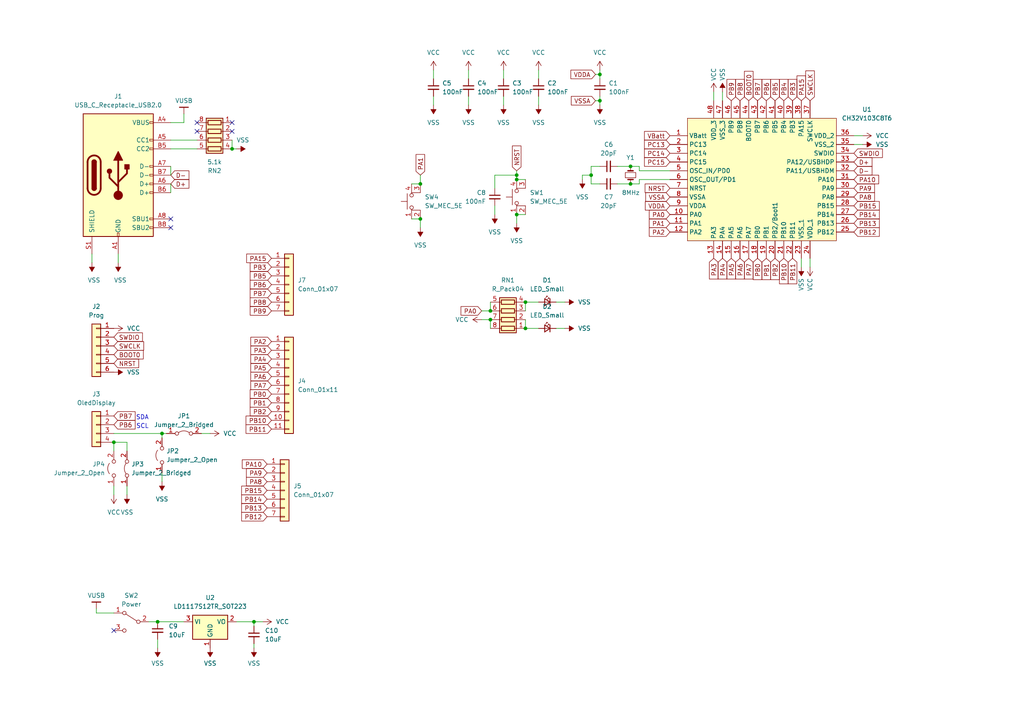
<source format=kicad_sch>
(kicad_sch (version 20230121) (generator eeschema)
  (paper "A4")
  (lib_symbols
    (symbol "Connector:USB_C_Receptacle_USB2.0" (pin_names (offset 1.016))
      (property "Reference" "J" (at -10.16 19.05 0))
      (property "Value" "USB_C_Receptacle_USB2.0" (at 19.05 19.05 0))
      (symbol "USB_C_Receptacle_USB2.0_0_0"
        (rectangle (start -0.254 -17.78) (end 0.254 -16.764))
        (rectangle (start 10.16 -14.986) (end 9.144 -15.494))
        (rectangle (start 10.16 -12.446) (end 9.144 -12.954))
        (rectangle (start 10.16 -4.826) (end 9.144 -5.334))
        (rectangle (start 10.16 -2.286) (end 9.144 -2.794))
        (rectangle (start 10.16 0.254) (end 9.144 -0.254))
        (rectangle (start 10.16 2.794) (end 9.144 2.286))
        (rectangle (start 10.16 7.874) (end 9.144 7.366))
        (rectangle (start 10.16 10.414) (end 9.144 9.906))
        (rectangle (start 10.16 15.494) (end 9.144 14.986))
      )
      (symbol "USB_C_Receptacle_USB2.0_0_1"
        (rectangle (start -10.16 17.78) (end 10.16 -17.78) (stroke (width 0.254)) (fill (type background)))
        (arc (start -8.89 -3.81) (mid -6.985 -5.7067) (end -5.08 -3.81) (stroke (width 0.508)))
        (arc (start -7.62 -3.81) (mid -6.985 -4.4423) (end -6.35 -3.81) (stroke (width 0.254)))
        (arc (start -7.62 -3.81) (mid -6.985 -4.4423) (end -6.35 -3.81) (stroke (width 0.254)) (fill (type outline)))
        (rectangle (start -7.62 -3.81) (end -6.35 3.81) (stroke (width 0.254)) (fill (type outline)))
        (arc (start -6.35 3.81) (mid -6.985 4.4423) (end -7.62 3.81) (stroke (width 0.254)))
        (arc (start -6.35 3.81) (mid -6.985 4.4423) (end -7.62 3.81) (stroke (width 0.254)) (fill (type outline)))
        (arc (start -5.08 3.81) (mid -6.985 5.7067) (end -8.89 3.81) (stroke (width 0.508)))
        (circle (center -2.54 1.143) (radius 0.635) (stroke (width 0.254)) (fill (type outline)))
        (circle (center 0 -5.842) (radius 1.27) (fill (type outline)))
        (polyline (pts (xy -8.89 -3.81) (xy -8.89 3.81)) (stroke (width 0.508)))
        (polyline (pts (xy -5.08 3.81) (xy -5.08 -3.81)) (stroke (width 0.508)))
        (polyline (pts (xy 0 -5.842) (xy 0 4.318)) (stroke (width 0.508)))
        (polyline (pts (xy 0 -3.302) (xy -2.54 -0.762) (xy -2.54 0.508)) (stroke (width 0.508)))
        (polyline (pts (xy 0 -2.032) (xy 2.54 0.508) (xy 2.54 1.778)) (stroke (width 0.508)))
        (polyline (pts (xy -1.27 4.318) (xy 0 6.858) (xy 1.27 4.318) (xy -1.27 4.318)) (stroke (width 0.254)) (fill (type outline)))
        (rectangle (start 1.905 1.778) (end 3.175 3.048) (stroke (width 0.254)) (fill (type outline)))
      )
      (symbol "USB_C_Receptacle_USB2.0_1_1"
        (pin passive line (at 0 -22.86 90) (length 5.08) (name "GND") (number "A1"))
        (pin passive line (at 0 -22.86 90) (length 5.08) hide (name "GND") (number "A12"))
        (pin passive line (at 15.24 15.24 180) (length 5.08) (name "VBUS") (number "A4"))
        (pin bidirectional line (at 15.24 10.16 180) (length 5.08) (name "CC1") (number "A5"))
        (pin bidirectional line (at 15.24 -2.54 180) (length 5.08) (name "D+") (number "A6"))
        (pin bidirectional line (at 15.24 2.54 180) (length 5.08) (name "D-") (number "A7"))
        (pin bidirectional line (at 15.24 -12.7 180) (length 5.08) (name "SBU1") (number "A8"))
        (pin passive line (at 15.24 15.24 180) (length 5.08) hide (name "VBUS") (number "A9"))
        (pin passive line (at 0 -22.86 90) (length 5.08) hide (name "GND") (number "B1"))
        (pin passive line (at 0 -22.86 90) (length 5.08) hide (name "GND") (number "B12"))
        (pin passive line (at 15.24 15.24 180) (length 5.08) hide (name "VBUS") (number "B4"))
        (pin bidirectional line (at 15.24 7.62 180) (length 5.08) (name "CC2") (number "B5"))
        (pin bidirectional line (at 15.24 -5.08 180) (length 5.08) (name "D+") (number "B6"))
        (pin bidirectional line (at 15.24 0 180) (length 5.08) (name "D-") (number "B7"))
        (pin bidirectional line (at 15.24 -15.24 180) (length 5.08) (name "SBU2") (number "B8"))
        (pin passive line (at 15.24 15.24 180) (length 5.08) hide (name "VBUS") (number "B9"))
        (pin passive line (at -7.62 -22.86 90) (length 5.08) (name "SHIELD") (number "S1"))
      )
    )
    (symbol "Connector_Generic:Conn_01x04" (pin_names (offset 1.016) hide)
      (property "Reference" "J" (at 0 5.08 0))
      (property "Value" "Conn_01x04" (at 0 -7.62 0))
      (symbol "Conn_01x04_1_1"
        (rectangle (start -1.27 -4.953) (end 0 -5.207) (stroke (width 0.1524)))
        (rectangle (start -1.27 -2.413) (end 0 -2.667) (stroke (width 0.1524)))
        (rectangle (start -1.27 0.127) (end 0 -0.127) (stroke (width 0.1524)))
        (rectangle (start -1.27 2.667) (end 0 2.413) (stroke (width 0.1524)))
        (rectangle (start -1.27 3.81) (end 1.27 -6.35) (stroke (width 0.254)) (fill (type background)))
        (pin passive line (at -5.08 2.54 0) (length 3.81) (name "Pin_1") (number "1"))
        (pin passive line (at -5.08 0 0) (length 3.81) (name "Pin_2") (number "2"))
        (pin passive line (at -5.08 -2.54 0) (length 3.81) (name "Pin_3") (number "3"))
        (pin passive line (at -5.08 -5.08 0) (length 3.81) (name "Pin_4") (number "4"))
      )
    )
    (symbol "Connector_Generic:Conn_01x06" (pin_names (offset 1.016) hide)
      (property "Reference" "J" (at 0 7.62 0))
      (property "Value" "Conn_01x06" (at 0 -10.16 0))
      (symbol "Conn_01x06_1_1"
        (rectangle (start -1.27 -7.493) (end 0 -7.747) (stroke (width 0.1524)))
        (rectangle (start -1.27 -4.953) (end 0 -5.207) (stroke (width 0.1524)))
        (rectangle (start -1.27 -2.413) (end 0 -2.667) (stroke (width 0.1524)))
        (rectangle (start -1.27 0.127) (end 0 -0.127) (stroke (width 0.1524)))
        (rectangle (start -1.27 2.667) (end 0 2.413) (stroke (width 0.1524)))
        (rectangle (start -1.27 5.207) (end 0 4.953) (stroke (width 0.1524)))
        (rectangle (start -1.27 6.35) (end 1.27 -8.89) (stroke (width 0.254)) (fill (type background)))
        (pin passive line (at -5.08 5.08 0) (length 3.81) (name "Pin_1") (number "1"))
        (pin passive line (at -5.08 2.54 0) (length 3.81) (name "Pin_2") (number "2"))
        (pin passive line (at -5.08 0 0) (length 3.81) (name "Pin_3") (number "3"))
        (pin passive line (at -5.08 -2.54 0) (length 3.81) (name "Pin_4") (number "4"))
        (pin passive line (at -5.08 -5.08 0) (length 3.81) (name "Pin_5") (number "5"))
        (pin passive line (at -5.08 -7.62 0) (length 3.81) (name "Pin_6") (number "6"))
      )
    )
    (symbol "Connector_Generic:Conn_01x07" (pin_names (offset 1.016) hide)
      (property "Reference" "J" (at 0 10.16 0))
      (property "Value" "Conn_01x07" (at 0 -10.16 0))
      (symbol "Conn_01x07_1_1"
        (rectangle (start -1.27 -7.493) (end 0 -7.747) (stroke (width 0.1524)))
        (rectangle (start -1.27 -4.953) (end 0 -5.207) (stroke (width 0.1524)))
        (rectangle (start -1.27 -2.413) (end 0 -2.667) (stroke (width 0.1524)))
        (rectangle (start -1.27 0.127) (end 0 -0.127) (stroke (width 0.1524)))
        (rectangle (start -1.27 2.667) (end 0 2.413) (stroke (width 0.1524)))
        (rectangle (start -1.27 5.207) (end 0 4.953) (stroke (width 0.1524)))
        (rectangle (start -1.27 7.747) (end 0 7.493) (stroke (width 0.1524)))
        (rectangle (start -1.27 8.89) (end 1.27 -8.89) (stroke (width 0.254)) (fill (type background)))
        (pin passive line (at -5.08 7.62 0) (length 3.81) (name "Pin_1") (number "1"))
        (pin passive line (at -5.08 5.08 0) (length 3.81) (name "Pin_2") (number "2"))
        (pin passive line (at -5.08 2.54 0) (length 3.81) (name "Pin_3") (number "3"))
        (pin passive line (at -5.08 0 0) (length 3.81) (name "Pin_4") (number "4"))
        (pin passive line (at -5.08 -2.54 0) (length 3.81) (name "Pin_5") (number "5"))
        (pin passive line (at -5.08 -5.08 0) (length 3.81) (name "Pin_6") (number "6"))
        (pin passive line (at -5.08 -7.62 0) (length 3.81) (name "Pin_7") (number "7"))
      )
    )
    (symbol "Connector_Generic:Conn_01x11" (pin_names (offset 1.016) hide)
      (property "Reference" "J" (at 0 15.24 0))
      (property "Value" "Conn_01x11" (at 0 -15.24 0))
      (symbol "Conn_01x11_1_1"
        (rectangle (start -1.27 -12.573) (end 0 -12.827) (stroke (width 0.1524)))
        (rectangle (start -1.27 -10.033) (end 0 -10.287) (stroke (width 0.1524)))
        (rectangle (start -1.27 -7.493) (end 0 -7.747) (stroke (width 0.1524)))
        (rectangle (start -1.27 -4.953) (end 0 -5.207) (stroke (width 0.1524)))
        (rectangle (start -1.27 -2.413) (end 0 -2.667) (stroke (width 0.1524)))
        (rectangle (start -1.27 0.127) (end 0 -0.127) (stroke (width 0.1524)))
        (rectangle (start -1.27 2.667) (end 0 2.413) (stroke (width 0.1524)))
        (rectangle (start -1.27 5.207) (end 0 4.953) (stroke (width 0.1524)))
        (rectangle (start -1.27 7.747) (end 0 7.493) (stroke (width 0.1524)))
        (rectangle (start -1.27 10.287) (end 0 10.033) (stroke (width 0.1524)))
        (rectangle (start -1.27 12.827) (end 0 12.573) (stroke (width 0.1524)))
        (rectangle (start -1.27 13.97) (end 1.27 -13.97) (stroke (width 0.254)) (fill (type background)))
        (pin passive line (at -5.08 12.7 0) (length 3.81) (name "Pin_1") (number "1"))
        (pin passive line (at -5.08 -10.16 0) (length 3.81) (name "Pin_10") (number "10"))
        (pin passive line (at -5.08 -12.7 0) (length 3.81) (name "Pin_11") (number "11"))
        (pin passive line (at -5.08 10.16 0) (length 3.81) (name "Pin_2") (number "2"))
        (pin passive line (at -5.08 7.62 0) (length 3.81) (name "Pin_3") (number "3"))
        (pin passive line (at -5.08 5.08 0) (length 3.81) (name "Pin_4") (number "4"))
        (pin passive line (at -5.08 2.54 0) (length 3.81) (name "Pin_5") (number "5"))
        (pin passive line (at -5.08 0 0) (length 3.81) (name "Pin_6") (number "6"))
        (pin passive line (at -5.08 -2.54 0) (length 3.81) (name "Pin_7") (number "7"))
        (pin passive line (at -5.08 -5.08 0) (length 3.81) (name "Pin_8") (number "8"))
        (pin passive line (at -5.08 -7.62 0) (length 3.81) (name "Pin_9") (number "9"))
      )
    )
    (symbol "Device:C_Small" (pin_numbers hide) (pin_names (offset 0.254) hide)
      (property "Reference" "C" (at 0.254 1.778 0))
      (property "Value" "C_Small" (at 0.254 -2.032 0))
      (symbol "C_Small_0_1"
        (polyline (pts (xy -1.524 -0.508) (xy 1.524 -0.508)) (stroke (width 0.3302)))
        (polyline (pts (xy -1.524 0.508) (xy 1.524 0.508)) (stroke (width 0.3048)))
      )
      (symbol "C_Small_1_1"
        (pin passive line (at 0 2.54 270) (length 2.032) (name "~") (number "1"))
        (pin passive line (at 0 -2.54 90) (length 2.032) (name "~") (number "2"))
      )
    )
    (symbol "Device:Crystal_Small" (pin_numbers hide) (pin_names (offset 1.016) hide)
      (property "Reference" "Y" (at 0 2.54 0))
      (property "Value" "Crystal_Small" (at 0 -2.54 0))
      (symbol "Crystal_Small_0_1"
        (rectangle (start -0.762 -1.524) (end 0.762 1.524))
        (polyline (pts (xy -1.27 -0.762) (xy -1.27 0.762)) (stroke (width 0.381)))
        (polyline (pts (xy 1.27 -0.762) (xy 1.27 0.762)) (stroke (width 0.381)))
      )
      (symbol "Crystal_Small_1_1"
        (pin passive line (at -2.54 0 0) (length 1.27) (name "1") (number "1"))
        (pin passive line (at 2.54 0 180) (length 1.27) (name "2") (number "2"))
      )
    )
    (symbol "Device:LED_Small" (pin_numbers hide) (pin_names (offset 0.254) hide)
      (property "Reference" "D" (at -1.27 3.175 0))
      (property "Value" "LED_Small" (at -4.445 -2.54 0))
      (symbol "LED_Small_0_1"
        (polyline (pts (xy -0.762 -1.016) (xy -0.762 1.016)) (stroke (width 0.254)))
        (polyline (pts (xy 1.016 0) (xy -0.762 0)))
        (polyline (pts (xy 0.762 -1.016) (xy -0.762 0) (xy 0.762 1.016) (xy 0.762 -1.016)) (stroke (width 0.254)))
        (polyline (pts (xy 0 0.762) (xy -0.508 1.27) (xy -0.254 1.27) (xy -0.508 1.27) (xy -0.508 1.016)))
        (polyline (pts (xy 0.508 1.27) (xy 0 1.778) (xy 0.254 1.778) (xy 0 1.778) (xy 0 1.524)))
      )
      (symbol "LED_Small_1_1"
        (pin passive line (at -2.54 0 0) (length 1.778) (name "K") (number "1"))
        (pin passive line (at 2.54 0 180) (length 1.778) (name "A") (number "2"))
      )
    )
    (symbol "Device:R_Pack04" (pin_names (offset 0) hide)
      (property "Reference" "RN" (at -7.62 0 90))
      (property "Value" "R_Pack04" (at 5.08 0 90))
      (symbol "R_Pack04_0_1"
        (rectangle (start -6.35 -2.413) (end 3.81 2.413) (stroke (width 0.254)) (fill (type background)))
        (rectangle (start -5.715 1.905) (end -4.445 -1.905) (stroke (width 0.254)))
        (rectangle (start -3.175 1.905) (end -1.905 -1.905) (stroke (width 0.254)))
        (rectangle (start -0.635 1.905) (end 0.635 -1.905) (stroke (width 0.254)))
        (polyline (pts (xy -5.08 -2.54) (xy -5.08 -1.905)))
        (polyline (pts (xy -5.08 1.905) (xy -5.08 2.54)))
        (polyline (pts (xy -2.54 -2.54) (xy -2.54 -1.905)))
        (polyline (pts (xy -2.54 1.905) (xy -2.54 2.54)))
        (polyline (pts (xy 0 -2.54) (xy 0 -1.905)))
        (polyline (pts (xy 0 1.905) (xy 0 2.54)))
        (polyline (pts (xy 2.54 -2.54) (xy 2.54 -1.905)))
        (polyline (pts (xy 2.54 1.905) (xy 2.54 2.54)))
        (rectangle (start 1.905 1.905) (end 3.175 -1.905) (stroke (width 0.254)))
      )
      (symbol "R_Pack04_1_1"
        (pin passive line (at -5.08 -5.08 90) (length 2.54) (name "R1.1") (number "1"))
        (pin passive line (at -2.54 -5.08 90) (length 2.54) (name "R2.1") (number "2"))
        (pin passive line (at 0 -5.08 90) (length 2.54) (name "R3.1") (number "3"))
        (pin passive line (at 2.54 -5.08 90) (length 2.54) (name "R4.1") (number "4"))
        (pin passive line (at 2.54 5.08 270) (length 2.54) (name "R4.2") (number "5"))
        (pin passive line (at 0 5.08 270) (length 2.54) (name "R3.2") (number "6"))
        (pin passive line (at -2.54 5.08 270) (length 2.54) (name "R2.2") (number "7"))
        (pin passive line (at -5.08 5.08 270) (length 2.54) (name "R1.2") (number "8"))
      )
    )
    (symbol "Jumper:Jumper_2_Bridged" (pin_names (offset 0) hide)
      (property "Reference" "JP" (at 0 1.905 0))
      (property "Value" "Jumper_2_Bridged" (at 0 -2.54 0))
      (symbol "Jumper_2_Bridged_0_0"
        (circle (center -2.032 0) (radius 0.508))
        (circle (center 2.032 0) (radius 0.508))
      )
      (symbol "Jumper_2_Bridged_0_1"
        (arc (start 1.524 0.254) (mid 0 0.762) (end -1.524 0.254))
      )
      (symbol "Jumper_2_Bridged_1_1"
        (pin passive line (at -5.08 0 0) (length 2.54) (name "A") (number "1"))
        (pin passive line (at 5.08 0 180) (length 2.54) (name "B") (number "2"))
      )
    )
    (symbol "Jumper:Jumper_2_Open" (pin_names (offset 0) hide)
      (property "Reference" "JP" (at 0 2.794 0))
      (property "Value" "Jumper_2_Open" (at 0 -2.286 0))
      (symbol "Jumper_2_Open_0_0"
        (circle (center -2.032 0) (radius 0.508))
        (circle (center 2.032 0) (radius 0.508))
      )
      (symbol "Jumper_2_Open_0_1"
        (arc (start 1.524 1.27) (mid 0 1.778) (end -1.524 1.27))
      )
      (symbol "Jumper_2_Open_1_1"
        (pin passive line (at -5.08 0 0) (length 2.54) (name "A") (number "1"))
        (pin passive line (at 5.08 0 180) (length 2.54) (name "B") (number "2"))
      )
    )
    (symbol "Regulator_Linear:LD1117S12TR_SOT223"
      (property "Reference" "U" (at -3.81 3.175 0))
      (property "Value" "LD1117S12TR_SOT223" (at 0 3.175 0))
      (symbol "LD1117S12TR_SOT223_0_1"
        (rectangle (start -5.08 -5.08) (end 5.08 1.905) (stroke (width 0.254)) (fill (type background)))
      )
      (symbol "LD1117S12TR_SOT223_1_1"
        (pin power_in line (at 0 -7.62 90) (length 2.54) (name "GND") (number "1"))
        (pin power_out line (at 7.62 0 180) (length 2.54) (name "VO") (number "2"))
        (pin power_in line (at -7.62 0 0) (length 2.54) (name "VI") (number "3"))
      )
    )
    (symbol "Switch:SW_MEC_5E" (pin_names (offset 1.016) hide)
      (property "Reference" "SW" (at 0.635 5.715 0))
      (property "Value" "SW_MEC_5E" (at 0 -3.175 0))
      (symbol "SW_MEC_5E_0_1"
        (circle (center -1.778 2.54) (radius 0.508))
        (polyline (pts (xy -2.286 3.81) (xy 2.286 3.81)))
        (polyline (pts (xy 0 3.81) (xy 0 5.588)))
        (polyline (pts (xy -2.54 0) (xy -2.54 2.54) (xy -2.286 2.54)))
        (polyline (pts (xy 2.54 0) (xy 2.54 2.54) (xy 2.286 2.54)))
        (circle (center 1.778 2.54) (radius 0.508))
        (pin passive line (at -5.08 2.54 0) (length 2.54) (name "1") (number "1"))
        (pin passive line (at -5.08 0 0) (length 2.54) (name "2") (number "2"))
        (pin passive line (at 5.08 0 180) (length 2.54) (name "K") (number "3"))
        (pin passive line (at 5.08 2.54 180) (length 2.54) (name "A") (number "4"))
      )
    )
    (symbol "Switch:SW_SPDT" (pin_names (offset 0) hide)
      (property "Reference" "SW" (at 0 4.318 0))
      (property "Value" "SW_SPDT" (at 0 -5.08 0))
      (symbol "SW_SPDT_0_0"
        (circle (center -2.032 0) (radius 0.508))
        (circle (center 2.032 -2.54) (radius 0.508))
      )
      (symbol "SW_SPDT_0_1"
        (polyline (pts (xy -1.524 0.254) (xy 1.651 2.286)))
        (circle (center 2.032 2.54) (radius 0.508))
      )
      (symbol "SW_SPDT_1_1"
        (pin passive line (at 5.08 2.54 180) (length 2.54) (name "A") (number "1"))
        (pin passive line (at -5.08 0 0) (length 2.54) (name "B") (number "2"))
        (pin passive line (at 5.08 -2.54 180) (length 2.54) (name "C") (number "3"))
      )
    )
    (symbol "WCH:CH32V103C8T6"
      (property "Reference" "U" (at 0 -6.35 0))
      (property "Value" "CH32V103C8T6" (at 1.27 -11.43 0))
      (symbol "CH32V103C8T6_1_1"
        (rectangle (start -17.78 10.16) (end 25.4 -25.4) (fill (type background)))
        (pin input line (at -22.86 5.08 0) (length 5.08) (name "VBatt") (number "1"))
        (pin input line (at -22.86 -17.78 0) (length 5.08) (name "PA0") (number "10"))
        (pin input line (at -22.86 -20.32 0) (length 5.08) (name "PA1") (number "11"))
        (pin input line (at -22.86 -22.86 0) (length 5.08) (name "PA2") (number "12"))
        (pin input line (at -10.16 -30.48 90) (length 5.08) (name "PA3") (number "13"))
        (pin input line (at -7.62 -30.48 90) (length 5.08) (name "PA4") (number "14"))
        (pin input line (at -5.08 -30.48 90) (length 5.08) (name "PA5") (number "15"))
        (pin input line (at -2.54 -30.48 90) (length 5.08) (name "PA6") (number "16"))
        (pin input line (at 0 -30.48 90) (length 5.08) (name "PA7") (number "17"))
        (pin input line (at 2.54 -30.48 90) (length 5.08) (name "PB0") (number "18"))
        (pin input line (at 5.08 -30.48 90) (length 5.08) (name "PB1") (number "19"))
        (pin input line (at -22.86 2.54 0) (length 5.08) (name "PC13") (number "2"))
        (pin input line (at 7.62 -30.48 90) (length 5.08) (name "PB2/Boot1") (number "20"))
        (pin input line (at 10.16 -30.48 90) (length 5.08) (name "PB10") (number "21"))
        (pin input line (at 12.7 -30.48 90) (length 5.08) (name "PB11") (number "22"))
        (pin input line (at 15.24 -30.48 90) (length 5.08) (name "VSS_1") (number "23"))
        (pin input line (at 17.78 -30.48 90) (length 5.08) (name "VDD_1") (number "24"))
        (pin input line (at 30.48 -22.86 180) (length 5.08) (name "PB12") (number "25"))
        (pin input line (at 30.48 -20.32 180) (length 5.08) (name "PB13") (number "26"))
        (pin input line (at 30.48 -17.78 180) (length 5.08) (name "PB14") (number "27"))
        (pin input line (at 30.48 -15.24 180) (length 5.08) (name "PB15") (number "28"))
        (pin input line (at 30.48 -12.7 180) (length 5.08) (name "PA8") (number "29"))
        (pin input line (at -22.86 0 0) (length 5.08) (name "PC14") (number "3"))
        (pin input line (at 30.48 -10.16 180) (length 5.08) (name "PA9") (number "30"))
        (pin input line (at 30.48 -7.62 180) (length 5.08) (name "PA10") (number "31"))
        (pin input line (at 30.48 -5.08 180) (length 5.08) (name "PA11/USBHDM") (number "32"))
        (pin input line (at 30.48 -2.54 180) (length 5.08) (name "PA12/USBHDP") (number "33"))
        (pin input line (at 30.48 0 180) (length 5.08) (name "SWDIO") (number "34"))
        (pin input line (at 30.48 2.54 180) (length 5.08) (name "VSS_2") (number "35"))
        (pin input line (at 30.48 5.08 180) (length 5.08) (name "VDD_2") (number "36"))
        (pin input line (at 17.78 15.24 270) (length 5.08) (name "SWCLK") (number "37"))
        (pin input line (at 15.24 15.24 270) (length 5.08) (name "PA15") (number "38"))
        (pin input line (at 12.7 15.24 270) (length 5.08) (name "PB3") (number "39"))
        (pin input line (at -22.86 -2.54 0) (length 5.08) (name "PC15") (number "4"))
        (pin input line (at 10.16 15.24 270) (length 5.08) (name "PB4") (number "40"))
        (pin input line (at 7.62 15.24 270) (length 5.08) (name "PB5") (number "41"))
        (pin input line (at 5.08 15.24 270) (length 5.08) (name "PB6") (number "42"))
        (pin input line (at 2.54 15.24 270) (length 5.08) (name "PB7") (number "43"))
        (pin input line (at 0 15.24 270) (length 5.08) (name "BOOT0") (number "44"))
        (pin input line (at -2.54 15.24 270) (length 5.08) (name "PB8") (number "45"))
        (pin input line (at -5.08 15.24 270) (length 5.08) (name "PB9") (number "46"))
        (pin input line (at -7.62 15.24 270) (length 5.08) (name "VSS_3") (number "47"))
        (pin input line (at -10.16 15.24 270) (length 5.08) (name "VDD_3") (number "48"))
        (pin input line (at -22.86 -5.08 0) (length 5.08) (name "OSC_IN/PD0") (number "5"))
        (pin input line (at -22.86 -7.62 0) (length 5.08) (name "OSC_OUT/PD1") (number "6"))
        (pin input line (at -22.86 -10.16 0) (length 5.08) (name "NRST") (number "7"))
        (pin input line (at -22.86 -12.7 0) (length 5.08) (name "VSSA") (number "8"))
        (pin input line (at -22.86 -15.24 0) (length 5.08) (name "VDDA") (number "9"))
      )
    )
    (symbol "gkl_power:VUSB" (power) (pin_names (offset 0))
      (property "Value" "VUSB" (at 0 3.556 0))
      (symbol "VUSB_0_1"
        (polyline (pts (xy -1.27 1.905) (xy 1.27 1.905)) (stroke (width 0.3048)))
        (polyline (pts (xy 0 0) (xy 0 1.905)))
      )
      (symbol "VUSB_1_1"
        (pin power_in line (at 0 0 90) (length 0) hide (name "VUSB") (number "1"))
      )
    )
    (symbol "power:VCC" (power) (pin_names (offset 0))
      (property "Value" "VCC" (at 0 3.81 0))
      (symbol "VCC_0_1"
        (polyline (pts (xy -0.762 1.27) (xy 0 2.54)))
        (polyline (pts (xy 0 0) (xy 0 2.54)))
        (polyline (pts (xy 0 2.54) (xy 0.762 1.27)))
      )
      (symbol "VCC_1_1"
        (pin power_in line (at 0 0 90) (length 0) hide (name "VCC") (number "1"))
      )
    )
    (symbol "power:VSS" (power) (pin_names (offset 0))
      (property "Value" "VSS" (at 0 3.81 0))
      (symbol "VSS_0_1"
        (polyline (pts (xy 0 0) (xy 0 2.54)))
        (polyline (pts (xy 0.762 1.27) (xy -0.762 1.27) (xy 0 2.54) (xy 0.762 1.27)) (fill (type outline)))
      )
      (symbol "VSS_1_1"
        (pin power_in line (at 0 0 90) (length 0) hide (name "VSS") (number "1"))
      )
    )
  )
  (junction (at 171.45 50.8))
  (junction (at 121.92 63.5))
  (junction (at 46.99 125.73))
  (junction (at 173.99 21.59))
  (junction (at 149.86 52.07))
  (junction (at 149.86 62.23))
  (junction (at 45.72 180.34))
  (junction (at 152.4 95.25))
  (junction (at 149.86 50.8))
  (junction (at 142.24 90.17))
  (junction (at 121.92 53.34))
  (junction (at 152.4 87.63))
  (junction (at 182.88 53.34))
  (junction (at 33.02 128.27))
  (junction (at 182.88 48.26))
  (junction (at 67.31 43.18))
  (junction (at 173.99 29.21))
  (junction (at 142.24 92.71))
  (junction (at 73.66 180.34))
  (no_connect (at 67.31 38.1))
  (no_connect (at 49.53 66.04))
  (no_connect (at 33.02 182.88))
  (no_connect (at 57.15 38.1))
  (no_connect (at 67.31 35.56))
  (no_connect (at 49.53 63.5))
  (no_connect (at 57.15 35.56))
  (wire (pts (xy 149.86 50.8) (xy 149.86 52.07)))
  (wire (pts (xy 49.53 43.18) (xy 57.15 43.18)))
  (wire (pts (xy 45.72 185.42) (xy 45.72 187.96)))
  (wire (pts (xy 149.86 52.07) (xy 152.4 52.07)))
  (wire (pts (xy 139.7 92.71) (xy 142.24 92.71)))
  (wire (pts (xy 43.18 180.34) (xy 45.72 180.34)))
  (wire (pts (xy 171.45 53.34) (xy 173.99 53.34)))
  (wire (pts (xy 121.92 50.8) (xy 121.92 53.34)))
  (wire (pts (xy 185.42 52.07) (xy 185.42 53.34)))
  (wire (pts (xy 179.07 48.26) (xy 182.88 48.26)))
  (wire (pts (xy 73.66 180.34) (xy 76.2 180.34)))
  (wire (pts (xy 173.99 20.32) (xy 173.99 21.59)))
  (wire (pts (xy 53.34 35.56) (xy 53.34 33.02)))
  (wire (pts (xy 247.65 41.91) (xy 250.19 41.91)))
  (wire (pts (xy 207.01 26.67) (xy 207.01 29.21)))
  (wire (pts (xy 182.88 48.26) (xy 185.42 48.26)))
  (wire (pts (xy 33.02 125.73) (xy 46.99 125.73)))
  (wire (pts (xy 152.4 87.63) (xy 152.4 90.17)))
  (wire (pts (xy 33.02 128.27) (xy 33.02 130.81)))
  (wire (pts (xy 171.45 48.26) (xy 171.45 50.8)))
  (wire (pts (xy 234.95 74.93) (xy 234.95 77.47)))
  (wire (pts (xy 185.42 53.34) (xy 182.88 53.34)))
  (wire (pts (xy 125.73 20.32) (xy 125.73 22.86)))
  (wire (pts (xy 49.53 35.56) (xy 53.34 35.56)))
  (wire (pts (xy 73.66 186.69) (xy 73.66 187.96)))
  (wire (pts (xy 68.58 180.34) (xy 73.66 180.34)))
  (wire (pts (xy 119.38 53.34) (xy 121.92 53.34)))
  (wire (pts (xy 149.86 49.53) (xy 149.86 50.8)))
  (wire (pts (xy 161.29 95.25) (xy 163.83 95.25)))
  (wire (pts (xy 33.02 140.97) (xy 33.02 143.51)))
  (wire (pts (xy 232.41 74.93) (xy 232.41 77.47)))
  (wire (pts (xy 125.73 27.94) (xy 125.73 30.48)))
  (wire (pts (xy 142.24 92.71) (xy 142.24 95.25)))
  (wire (pts (xy 135.89 20.32) (xy 135.89 22.86)))
  (wire (pts (xy 209.55 26.67) (xy 209.55 29.21)))
  (wire (pts (xy 67.31 43.18) (xy 68.58 43.18)))
  (wire (pts (xy 121.92 63.5) (xy 121.92 66.04)))
  (wire (pts (xy 142.24 87.63) (xy 142.24 90.17)))
  (wire (pts (xy 185.42 49.53) (xy 185.42 48.26)))
  (wire (pts (xy 27.94 176.53) (xy 27.94 177.8)))
  (wire (pts (xy 172.72 21.59) (xy 173.99 21.59)))
  (wire (pts (xy 26.67 76.2) (xy 26.67 73.66)))
  (wire (pts (xy 173.99 48.26) (xy 171.45 48.26)))
  (wire (pts (xy 135.89 27.94) (xy 135.89 30.48)))
  (wire (pts (xy 146.05 27.94) (xy 146.05 30.48)))
  (wire (pts (xy 172.72 29.21) (xy 173.99 29.21)))
  (wire (pts (xy 58.42 125.73) (xy 60.96 125.73)))
  (wire (pts (xy 46.99 125.73) (xy 48.26 125.73)))
  (wire (pts (xy 173.99 27.94) (xy 173.99 29.21)))
  (wire (pts (xy 119.38 63.5) (xy 121.92 63.5)))
  (wire (pts (xy 247.65 39.37) (xy 250.19 39.37)))
  (wire (pts (xy 67.31 40.64) (xy 67.31 43.18)))
  (wire (pts (xy 152.4 95.25) (xy 156.21 95.25)))
  (wire (pts (xy 27.94 177.8) (xy 33.02 177.8)))
  (wire (pts (xy 173.99 21.59) (xy 173.99 22.86)))
  (wire (pts (xy 143.51 50.8) (xy 149.86 50.8)))
  (wire (pts (xy 152.4 92.71) (xy 152.4 95.25)))
  (wire (pts (xy 179.07 53.34) (xy 182.88 53.34)))
  (wire (pts (xy 46.99 137.16) (xy 46.99 139.7)))
  (wire (pts (xy 73.66 180.34) (xy 73.66 181.61)))
  (wire (pts (xy 194.31 52.07) (xy 185.42 52.07)))
  (wire (pts (xy 143.51 59.69) (xy 143.51 62.23)))
  (wire (pts (xy 139.7 90.17) (xy 142.24 90.17)))
  (wire (pts (xy 156.21 20.32) (xy 156.21 22.86)))
  (wire (pts (xy 171.45 50.8) (xy 171.45 53.34)))
  (wire (pts (xy 46.99 125.73) (xy 46.99 127)))
  (wire (pts (xy 36.83 128.27) (xy 33.02 128.27)))
  (wire (pts (xy 36.83 140.97) (xy 36.83 143.51)))
  (wire (pts (xy 49.53 53.34) (xy 49.53 55.88)))
  (wire (pts (xy 45.72 180.34) (xy 53.34 180.34)))
  (wire (pts (xy 161.29 87.63) (xy 163.83 87.63)))
  (wire (pts (xy 49.53 40.64) (xy 57.15 40.64)))
  (wire (pts (xy 173.99 29.21) (xy 173.99 30.48)))
  (wire (pts (xy 36.83 130.81) (xy 36.83 128.27)))
  (wire (pts (xy 143.51 50.8) (xy 143.51 54.61)))
  (wire (pts (xy 34.29 76.2) (xy 34.29 73.66)))
  (wire (pts (xy 149.86 62.23) (xy 149.86 64.77)))
  (wire (pts (xy 149.86 62.23) (xy 152.4 62.23)))
  (wire (pts (xy 194.31 49.53) (xy 185.42 49.53)))
  (wire (pts (xy 49.53 48.26) (xy 49.53 50.8)))
  (wire (pts (xy 152.4 87.63) (xy 156.21 87.63)))
  (wire (pts (xy 156.21 27.94) (xy 156.21 30.48)))
  (wire (pts (xy 146.05 20.32) (xy 146.05 22.86)))
  (wire (pts (xy 168.91 52.07) (xy 168.91 50.8)))
  (wire (pts (xy 168.91 50.8) (xy 171.45 50.8)))
  (text "SCL" (at 43.18 124.46 0) (effects (font (size 1.27 1.27)) (justify right bottom)))
  (text "SDA" (at 43.18 121.92 0) (effects (font (size 1.27 1.27)) (justify right bottom)))
  (global_label "PB12" (shape input) (at 247.65 67.31 0) (property "Intersheetrefs" "${INTERSHEET_REFS}" (effects hide)))
  (global_label "SWCLK" (shape input) (at 234.95 29.21 90) (property "Intersheetrefs" "${INTERSHEET_REFS}" (effects hide)))
  (global_label "PB5" (shape input) (at 78.74 80.01 180) (property "Intersheetrefs" "${INTERSHEET_REFS}" (effects hide)))
  (global_label "PA15" (shape input) (at 78.74 74.93 180) (property "Intersheetrefs" "${INTERSHEET_REFS}" (effects hide)))
  (global_label "PA4" (shape input) (at 209.55 74.93 270) (property "Intersheetrefs" "${INTERSHEET_REFS}" (effects hide)))
  (global_label "PB15" (shape input) (at 77.47 142.24 180) (property "Intersheetrefs" "${INTERSHEET_REFS}" (effects hide)))
  (global_label "PA4" (shape input) (at 78.74 104.14 180) (property "Intersheetrefs" "${INTERSHEET_REFS}" (effects hide)))
  (global_label "PB2" (shape input) (at 78.74 119.38 180) (property "Intersheetrefs" "${INTERSHEET_REFS}" (effects hide)))
  (global_label "PA5" (shape input) (at 78.74 106.68 180) (property "Intersheetrefs" "${INTERSHEET_REFS}" (effects hide)))
  (global_label "PC13" (shape input) (at 194.31 41.91 180) (property "Intersheetrefs" "${INTERSHEET_REFS}" (effects hide)))
  (global_label "D+" (shape input) (at 49.53 53.34 0) (property "Intersheetrefs" "${INTERSHEET_REFS}" (effects hide)))
  (global_label "PB7" (shape input) (at 33.02 120.65 0) (property "Intersheetrefs" "${INTERSHEET_REFS}" (effects hide)))
  (global_label "PA6" (shape input) (at 78.74 109.22 180) (property "Intersheetrefs" "${INTERSHEET_REFS}" (effects hide)))
  (global_label "PB2" (shape input) (at 224.79 74.93 270) (property "Intersheetrefs" "${INTERSHEET_REFS}" (effects hide)))
  (global_label "PB0" (shape input) (at 78.74 114.3 180) (property "Intersheetrefs" "${INTERSHEET_REFS}" (effects hide)))
  (global_label "D-" (shape input) (at 247.65 49.53 0) (property "Intersheetrefs" "${INTERSHEET_REFS}" (effects hide)))
  (global_label "PB9" (shape input) (at 212.09 29.21 90) (property "Intersheetrefs" "${INTERSHEET_REFS}" (effects hide)))
  (global_label "PA7" (shape input) (at 217.17 74.93 270) (property "Intersheetrefs" "${INTERSHEET_REFS}" (effects hide)))
  (global_label "VSSA" (shape input) (at 172.72 29.21 180) (property "Intersheetrefs" "${INTERSHEET_REFS}" (effects hide)))
  (global_label "PB13" (shape input) (at 247.65 64.77 0) (property "Intersheetrefs" "${INTERSHEET_REFS}" (effects hide)))
  (global_label "PB3" (shape input) (at 229.87 29.21 90) (property "Intersheetrefs" "${INTERSHEET_REFS}" (effects hide)))
  (global_label "PB6" (shape input) (at 78.74 82.55 180) (property "Intersheetrefs" "${INTERSHEET_REFS}" (effects hide)))
  (global_label "PA2" (shape input) (at 78.74 99.06 180) (property "Intersheetrefs" "${INTERSHEET_REFS}" (effects hide)))
  (global_label "PB12" (shape input) (at 77.47 149.86 180) (property "Intersheetrefs" "${INTERSHEET_REFS}" (effects hide)))
  (global_label "PA3" (shape input) (at 78.74 101.6 180) (property "Intersheetrefs" "${INTERSHEET_REFS}" (effects hide)))
  (global_label "PB9" (shape input) (at 78.74 90.17 180) (property "Intersheetrefs" "${INTERSHEET_REFS}" (effects hide)))
  (global_label "PB0" (shape input) (at 219.71 74.93 270) (property "Intersheetrefs" "${INTERSHEET_REFS}" (effects hide)))
  (global_label "PB14" (shape input) (at 77.47 144.78 180) (property "Intersheetrefs" "${INTERSHEET_REFS}" (effects hide)))
  (global_label "PA10" (shape input) (at 247.65 52.07 0) (property "Intersheetrefs" "${INTERSHEET_REFS}" (effects hide)))
  (global_label "PA3" (shape input) (at 207.01 74.93 270) (property "Intersheetrefs" "${INTERSHEET_REFS}" (effects hide)))
  (global_label "PC14" (shape input) (at 194.31 44.45 180) (property "Intersheetrefs" "${INTERSHEET_REFS}" (effects hide)))
  (global_label "PB1" (shape input) (at 78.74 116.84 180) (property "Intersheetrefs" "${INTERSHEET_REFS}" (effects hide)))
  (global_label "PA5" (shape input) (at 212.09 74.93 270) (property "Intersheetrefs" "${INTERSHEET_REFS}" (effects hide)))
  (global_label "PA15" (shape input) (at 232.41 29.21 90) (property "Intersheetrefs" "${INTERSHEET_REFS}" (effects hide)))
  (global_label "PA9" (shape input) (at 247.65 54.61 0) (property "Intersheetrefs" "${INTERSHEET_REFS}" (effects hide)))
  (global_label "NRST" (shape input) (at 194.31 54.61 180) (property "Intersheetrefs" "${INTERSHEET_REFS}" (effects hide)))
  (global_label "PB10" (shape input) (at 78.74 121.92 180) (property "Intersheetrefs" "${INTERSHEET_REFS}" (effects hide)))
  (global_label "PB6" (shape input) (at 33.02 123.19 0) (property "Intersheetrefs" "${INTERSHEET_REFS}" (effects hide)))
  (global_label "PA0" (shape input) (at 139.7 90.17 180) (property "Intersheetrefs" "${INTERSHEET_REFS}" (effects hide)))
  (global_label "PB7" (shape input) (at 78.74 85.09 180) (property "Intersheetrefs" "${INTERSHEET_REFS}" (effects hide)))
  (global_label "PB11" (shape input) (at 78.74 124.46 180) (property "Intersheetrefs" "${INTERSHEET_REFS}" (effects hide)))
  (global_label "PB8" (shape input) (at 214.63 29.21 90) (property "Intersheetrefs" "${INTERSHEET_REFS}" (effects hide)))
  (global_label "PA1" (shape input) (at 194.31 64.77 180) (property "Intersheetrefs" "${INTERSHEET_REFS}" (effects hide)))
  (global_label "PA8" (shape input) (at 247.65 57.15 0) (property "Intersheetrefs" "${INTERSHEET_REFS}" (effects hide)))
  (global_label "PB7" (shape input) (at 219.71 29.21 90) (property "Intersheetrefs" "${INTERSHEET_REFS}" (effects hide)))
  (global_label "BOOT0" (shape input) (at 217.17 29.21 90) (property "Intersheetrefs" "${INTERSHEET_REFS}" (effects hide)))
  (global_label "VDDA" (shape input) (at 194.31 59.69 180) (property "Intersheetrefs" "${INTERSHEET_REFS}" (effects hide)))
  (global_label "PB1" (shape input) (at 222.25 74.93 270) (property "Intersheetrefs" "${INTERSHEET_REFS}" (effects hide)))
  (global_label "PB11" (shape input) (at 229.87 74.93 270) (property "Intersheetrefs" "${INTERSHEET_REFS}" (effects hide)))
  (global_label "NRST" (shape input) (at 149.86 49.53 90) (property "Intersheetrefs" "${INTERSHEET_REFS}" (effects hide)))
  (global_label "VDDA" (shape input) (at 172.72 21.59 180) (property "Intersheetrefs" "${INTERSHEET_REFS}" (effects hide)))
  (global_label "SWDIO" (shape input) (at 247.65 44.45 0) (property "Intersheetrefs" "${INTERSHEET_REFS}" (effects hide)))
  (global_label "PB8" (shape input) (at 78.74 87.63 180) (property "Intersheetrefs" "${INTERSHEET_REFS}" (effects hide)))
  (global_label "PA7" (shape input) (at 78.74 111.76 180) (property "Intersheetrefs" "${INTERSHEET_REFS}" (effects hide)))
  (global_label "PB10" (shape input) (at 227.33 74.93 270) (property "Intersheetrefs" "${INTERSHEET_REFS}" (effects hide)))
  (global_label "PB5" (shape input) (at 224.79 29.21 90) (property "Intersheetrefs" "${INTERSHEET_REFS}" (effects hide)))
  (global_label "PA9" (shape input) (at 77.47 137.16 180) (property "Intersheetrefs" "${INTERSHEET_REFS}" (effects hide)))
  (global_label "PB6" (shape input) (at 222.25 29.21 90) (property "Intersheetrefs" "${INTERSHEET_REFS}" (effects hide)))
  (global_label "VBatt" (shape input) (at 194.31 39.37 180) (property "Intersheetrefs" "${INTERSHEET_REFS}" (effects hide)))
  (global_label "PA2" (shape input) (at 194.31 67.31 180) (property "Intersheetrefs" "${INTERSHEET_REFS}" (effects hide)))
  (global_label "NRST" (shape input) (at 33.02 105.41 0) (property "Intersheetrefs" "${INTERSHEET_REFS}" (effects hide)))
  (global_label "PB15" (shape input) (at 247.65 59.69 0) (property "Intersheetrefs" "${INTERSHEET_REFS}" (effects hide)))
  (global_label "PC15" (shape input) (at 194.31 46.99 180) (property "Intersheetrefs" "${INTERSHEET_REFS}" (effects hide)))
  (global_label "SWDIO" (shape input) (at 33.02 97.79 0) (property "Intersheetrefs" "${INTERSHEET_REFS}" (effects hide)))
  (global_label "PA0" (shape input) (at 194.31 62.23 180) (property "Intersheetrefs" "${INTERSHEET_REFS}" (effects hide)))
  (global_label "PB3" (shape input) (at 78.74 77.47 180) (property "Intersheetrefs" "${INTERSHEET_REFS}" (effects hide)))
  (global_label "BOOT0" (shape input) (at 33.02 102.87 0) (property "Intersheetrefs" "${INTERSHEET_REFS}" (effects hide)))
  (global_label "PB13" (shape input) (at 77.47 147.32 180) (property "Intersheetrefs" "${INTERSHEET_REFS}" (effects hide)))
  (global_label "PA1" (shape input) (at 121.92 50.8 90) (property "Intersheetrefs" "${INTERSHEET_REFS}" (effects hide)))
  (global_label "PA6" (shape input) (at 214.63 74.93 270) (property "Intersheetrefs" "${INTERSHEET_REFS}" (effects hide)))
  (global_label "PB14" (shape input) (at 247.65 62.23 0) (property "Intersheetrefs" "${INTERSHEET_REFS}" (effects hide)))
  (global_label "VSSA" (shape input) (at 194.31 57.15 180) (property "Intersheetrefs" "${INTERSHEET_REFS}" (effects hide)))
  (global_label "D+" (shape input) (at 247.65 46.99 0) (property "Intersheetrefs" "${INTERSHEET_REFS}" (effects hide)))
  (global_label "PB4" (shape input) (at 227.33 29.21 90) (property "Intersheetrefs" "${INTERSHEET_REFS}" (effects hide)))
  (global_label "PA8" (shape input) (at 77.47 139.7 180) (property "Intersheetrefs" "${INTERSHEET_REFS}" (effects hide)))
  (global_label "SWCLK" (shape input) (at 33.02 100.33 0) (property "Intersheetrefs" "${INTERSHEET_REFS}" (effects hide)))
  (global_label "PA10" (shape input) (at 77.47 134.62 180) (property "Intersheetrefs" "${INTERSHEET_REFS}" (effects hide)))
  (global_label "D-" (shape input) (at 49.53 50.8 0) (property "Intersheetrefs" "${INTERSHEET_REFS}" (effects hide)))
  (symbol (lib_id "power:VCC") (at 173.99 20.32 0) (unit 1)
    (property "Reference" "#PWR01" (effects hide))
    (property "Value" "VCC" (at 173.99 15.24 0))
  )
  (symbol (lib_id "power:VCC") (at 139.7 92.71 90) (unit 1)
    (property "Reference" "#PWR020" (effects hide))
    (property "Value" "VCC" (at 135.89 92.71 90) (effects (justify left)))
  )
  (symbol (lib_id "power:VSS") (at 33.02 107.95 270) (unit 1)
    (property "Reference" "#PWR033" (effects hide))
    (property "Value" "VSS" (at 36.83 107.95 90) (effects (justify left)))
  )
  (symbol (lib_id "Device:R_Pack04") (at 147.32 90.17 90) (unit 1)
    (property "Reference" "RN1" (at 147.32 81.28 90))
    (property "Value" "R_Pack04" (at 147.32 83.82 90))
    (property "Footprint" "Resistor_SMD:R_Array_Convex_4x0603" (effects hide))
  )
  (symbol (lib_id "Device:C_Small") (at 73.66 184.15 0) (unit 1)
    (property "Reference" "C10" (at 76.835 182.8863 0) (effects (justify left)))
    (property "Value" "10uF" (at 76.835 185.4263 0) (effects (justify left)))
    (property "Footprint" "Capacitor_SMD:C_0805_2012Metric" (effects hide))
  )
  (symbol (lib_id "Device:C_Small") (at 156.21 25.4 0) (unit 1)
    (property "Reference" "C2" (at 158.75 24.1363 0) (effects (justify left)))
    (property "Value" "100nF" (at 158.75 26.6763 0) (effects (justify left)))
    (property "Footprint" "Capacitor_SMD:C_0805_2012Metric" (effects hide))
  )
  (symbol (lib_id "power:VSS") (at 135.89 30.48 180) (unit 1)
    (property "Reference" "#PWR09" (effects hide))
    (property "Value" "VSS" (at 135.89 35.56 0))
  )
  (symbol (lib_id "power:VCC") (at 234.95 77.47 180) (unit 1)
    (property "Reference" "#PWR016" (effects hide))
    (property "Value" "VCC" (at 234.95 82.55 90))
  )
  (symbol (lib_id "Device:LED_Small") (at 158.75 95.25 0) (mirror y) (unit 1)
    (property "Reference" "D2" (at 158.6865 88.9 0))
    (property "Value" "LED_Small" (at 158.6865 91.44 0))
    (property "Footprint" "LED_SMD:LED_0805_2012Metric" (effects hide))
  )
  (symbol (lib_id "Jumper:Jumper_2_Bridged") (at 36.83 135.89 90) (unit 1)
    (property "Reference" "JP3" (at 38.1 134.62 90) (effects (justify right)))
    (property "Value" "Jumper_2_Bridged" (at 38.1 137.16 90) (effects (justify right)))
    (property "Footprint" "Jumper:SolderJumper-2_P1.3mm_Bridged_Pad1.0x1.5mm" (effects hide))
  )
  (symbol (lib_id "gkl_power:VUSB") (at 53.34 33.02 0) (unit 1)
    (property "Reference" "#PWR025" (effects hide))
    (property "Value" "VUSB" (at 53.34 29.21 0))
  )
  (symbol (lib_id "gkl_power:VUSB") (at 27.94 176.53 0) (unit 1)
    (property "Reference" "#PWR027" (effects hide))
    (property "Value" "VUSB" (at 27.94 172.72 0))
  )
  (symbol (lib_id "power:VCC") (at 33.02 143.51 180) (unit 1)
    (property "Reference" "#PWR038" (effects hide))
    (property "Value" "VCC" (at 33.02 148.59 0))
  )
  (symbol (lib_id "power:VCC") (at 156.21 20.32 0) (unit 1)
    (property "Reference" "#PWR03" (effects hide))
    (property "Value" "VCC" (at 156.21 15.24 0))
  )
  (symbol (lib_id "Connector_Generic:Conn_01x06") (at 27.94 100.33 0) (mirror y) (unit 1)
    (property "Reference" "J2" (at 27.94 88.9 0))
    (property "Value" "Prog" (at 27.94 91.44 0))
    (property "Footprint" "Connector_PinHeader_2.54mm:PinHeader_1x06_P2.54mm_Vertical" (effects hide))
  )
  (symbol (lib_id "Jumper:Jumper_2_Bridged") (at 53.34 125.73 0) (unit 1)
    (property "Reference" "JP1" (at 53.34 120.65 0))
    (property "Value" "Jumper_2_Bridged" (at 53.34 123.19 0))
    (property "Footprint" "Jumper:SolderJumper-2_P1.3mm_Bridged_Pad1.0x1.5mm" (effects hide))
  )
  (symbol (lib_id "power:VSS") (at 46.99 139.7 180) (unit 1)
    (property "Reference" "#PWR037" (effects hide))
    (property "Value" "VSS" (at 46.99 144.78 0))
  )
  (symbol (lib_id "Device:C_Small") (at 176.53 53.34 90) (unit 1)
    (property "Reference" "C7" (at 176.5363 57.15 90))
    (property "Value" "20pF" (at 176.5363 59.69 90))
    (property "Footprint" "Capacitor_SMD:C_0805_2012Metric" (effects hide))
  )
  (symbol (lib_id "Device:C_Small") (at 146.05 25.4 0) (unit 1)
    (property "Reference" "C3" (at 148.59 24.1363 0) (effects (justify left)))
    (property "Value" "100nF" (at 148.59 26.6763 0) (effects (justify left)))
    (property "Footprint" "Capacitor_SMD:C_0805_2012Metric" (effects hide))
  )
  (symbol (lib_id "power:VCC") (at 125.73 20.32 0) (unit 1)
    (property "Reference" "#PWR06" (effects hide))
    (property "Value" "VCC" (at 125.73 15.24 0))
  )
  (symbol (lib_id "power:VSS") (at 36.83 143.51 180) (unit 1)
    (property "Reference" "#PWR036" (effects hide))
    (property "Value" "VSS" (at 36.83 148.59 0))
  )
  (symbol (lib_id "power:VSS") (at 163.83 87.63 270) (unit 1)
    (property "Reference" "#PWR021" (effects hide))
    (property "Value" "VSS" (at 167.64 87.63 90) (effects (justify left)))
  )
  (symbol (lib_id "power:VSS") (at 156.21 30.48 180) (unit 1)
    (property "Reference" "#PWR07" (effects hide))
    (property "Value" "VSS" (at 156.21 35.56 0))
  )
  (symbol (lib_id "Device:LED_Small") (at 158.75 87.63 0) (mirror y) (unit 1)
    (property "Reference" "D1" (at 158.6865 81.28 0))
    (property "Value" "LED_Small" (at 158.6865 83.82 0))
    (property "Footprint" "LED_SMD:LED_0805_2012Metric" (effects hide))
  )
  (symbol (lib_id "Connector:USB_C_Receptacle_USB2.0") (at 34.29 50.8 0) (unit 1)
    (property "Reference" "J1" (at 34.29 27.94 0))
    (property "Value" "USB_C_Receptacle_USB2.0" (at 34.29 30.48 0))
    (property "Footprint" "BadgePiratesFootprint:USB_C_Receptical-Jing" (effects hide))
    (property "Datasheet" "https://www.usb.org/sites/default/files/documents/usb_type-c.zip" (effects hide))
  )
  (symbol (lib_id "Switch:SW_MEC_5E") (at 152.4 57.15 90) (unit 1)
    (property "Reference" "SW1" (at 153.67 55.88 90) (effects (justify right)))
    (property "Value" "SW_MEC_5E" (at 153.67 58.42 90) (effects (justify right)))
    (property "Footprint" "UL_Buttons:TS3315A" (effects hide))
    (property "Datasheet" "http://www.apem.com/int/index.php?controller=attachment&id_attachment=1371" (effects hide))
  )
  (symbol (lib_id "Device:C_Small") (at 173.99 25.4 0) (unit 1)
    (property "Reference" "C1" (at 176.53 24.1363 0) (effects (justify left)))
    (property "Value" "100nF" (at 176.53 26.6763 0) (effects (justify left)))
    (property "Footprint" "Capacitor_SMD:C_0805_2012Metric" (effects hide))
  )
  (symbol (lib_id "power:VSS") (at 125.73 30.48 180) (unit 1)
    (property "Reference" "#PWR010" (effects hide))
    (property "Value" "VSS" (at 125.73 35.56 0))
  )
  (symbol (lib_id "Connector_Generic:Conn_01x07") (at 83.82 82.55 0) (unit 1)
    (property "Reference" "J7" (at 86.36 81.28 0) (effects (justify left)))
    (property "Value" "Conn_01x07" (at 86.36 83.82 0) (effects (justify left)))
    (property "Footprint" "Connector_PinHeader_2.54mm:PinHeader_1x07_P2.54mm_Vertical" (effects hide))
  )
  (symbol (lib_id "WCH:CH32V103C8T6") (at 217.17 44.45 0) (unit 1)
    (property "Reference" "U1" (at 251.46 31.75 0))
    (property "Value" "CH32V103C8T6" (at 251.46 34.29 0))
    (property "Footprint" "Package_QFP:LQFP-48_7x7mm_P0.5mm" (effects hide))
  )
  (symbol (lib_id "power:VSS") (at 73.66 187.96 180) (unit 1)
    (property "Reference" "#PWR030" (effects hide))
    (property "Value" "VSS" (at 73.66 192.405 0))
  )
  (symbol (lib_id "Connector_Generic:Conn_01x11") (at 83.82 111.76 0) (unit 1)
    (property "Reference" "J4" (at 86.36 110.49 0) (effects (justify left)))
    (property "Value" "Conn_01x11" (at 86.36 113.03 0) (effects (justify left)))
    (property "Footprint" "Connector_PinHeader_2.54mm:PinHeader_1x11_P2.54mm_Vertical" (effects hide))
  )
  (symbol (lib_id "power:VSS") (at 34.29 76.2 180) (unit 1)
    (property "Reference" "#PWR024" (effects hide))
    (property "Value" "VSS" (at 33.02 81.28 0) (effects (justify right)))
  )
  (symbol (lib_id "power:VSS") (at 26.67 76.2 180) (unit 1)
    (property "Reference" "#PWR023" (effects hide))
    (property "Value" "VSS" (at 25.4 81.28 0) (effects (justify right)))
  )
  (symbol (lib_id "power:VSS") (at 232.41 77.47 180) (unit 1)
    (property "Reference" "#PWR012" (effects hide))
    (property "Value" "VSS" (at 232.41 82.55 90))
  )
  (symbol (lib_id "Regulator_Linear:LD1117S12TR_SOT223") (at 60.96 180.34 0) (unit 1)
    (property "Reference" "U2" (at 60.96 173.355 0))
    (property "Value" "LD1117S12TR_SOT223" (at 60.96 175.895 0))
    (property "Footprint" "Package_TO_SOT_SMD:SOT-223-3_TabPin2" (effects hide))
    (property "Datasheet" "http://www.st.com/st-web-ui/static/active/en/resource/technical/document/datasheet/CD00000544.pdf" (effects hide))
  )
  (symbol (lib_id "Device:C_Small") (at 176.53 48.26 90) (unit 1)
    (property "Reference" "C6" (at 176.5363 41.91 90))
    (property "Value" "20pF" (at 176.5363 44.45 90))
    (property "Footprint" "Capacitor_SMD:C_0805_2012Metric" (effects hide))
  )
  (symbol (lib_id "power:VSS") (at 121.92 66.04 180) (unit 1)
    (property "Reference" "#PWR034" (effects hide))
    (property "Value" "VSS" (at 121.92 71.12 0))
  )
  (symbol (lib_id "Switch:SW_SPDT") (at 38.1 180.34 0) (mirror y) (unit 1)
    (property "Reference" "SW2" (at 38.1 172.72 0))
    (property "Value" "Power" (at 38.1 175.26 0))
    (property "Footprint" "Button_Switch_SMD:SW_SPDT_PCM12" (effects hide))
  )
  (symbol (lib_id "Jumper:Jumper_2_Open") (at 46.99 132.08 90) (unit 1)
    (property "Reference" "JP2" (at 48.26 130.81 90) (effects (justify right)))
    (property "Value" "Jumper_2_Open" (at 48.26 133.35 90) (effects (justify right)))
    (property "Footprint" "Jumper:SolderJumper-2_P1.3mm_Open_TrianglePad1.0x1.5mm" (effects hide))
  )
  (symbol (lib_id "Switch:SW_MEC_5E") (at 121.92 58.42 90) (unit 1)
    (property "Reference" "SW4" (at 123.19 57.15 90) (effects (justify right)))
    (property "Value" "SW_MEC_5E" (at 123.19 59.69 90) (effects (justify right)))
    (property "Footprint" "UL_Buttons:TS3315A" (effects hide))
    (property "Datasheet" "http://www.apem.com/int/index.php?controller=attachment&id_attachment=1371" (effects hide))
  )
  (symbol (lib_id "power:VSS") (at 143.51 62.23 180) (unit 1)
    (property "Reference" "#PWR019" (effects hide))
    (property "Value" "VSS" (at 143.51 67.31 0))
  )
  (symbol (lib_id "Connector_Generic:Conn_01x07") (at 82.55 142.24 0) (unit 1)
    (property "Reference" "J5" (at 85.09 140.97 0) (effects (justify left)))
    (property "Value" "Conn_01x07" (at 85.09 143.51 0) (effects (justify left)))
    (property "Footprint" "Connector_PinHeader_2.54mm:PinHeader_1x07_P2.54mm_Vertical" (effects hide))
  )
  (symbol (lib_id "power:VSS") (at 173.99 30.48 180) (unit 1)
    (property "Reference" "#PWR02" (effects hide))
    (property "Value" "VSS" (at 173.99 35.56 0))
  )
  (symbol (lib_id "power:VSS") (at 68.58 43.18 270) (unit 1)
    (property "Reference" "#PWR026" (effects hide))
    (property "Value" "VSS" (at 68.58 40.64 90) (effects (justify left)))
  )
  (symbol (lib_id "power:VSS") (at 45.72 187.96 180) (unit 1)
    (property "Reference" "#PWR028" (effects hide))
    (property "Value" "VSS" (at 45.72 192.405 0))
  )
  (symbol (lib_id "power:VSS") (at 168.91 52.07 180) (unit 1)
    (property "Reference" "#PWR017" (effects hide))
    (property "Value" "VSS" (at 168.91 57.15 0))
  )
  (symbol (lib_id "power:VSS") (at 209.55 26.67 0) (unit 1)
    (property "Reference" "#PWR011" (effects hide))
    (property "Value" "VSS" (at 209.55 21.59 90))
  )
  (symbol (lib_id "Device:Crystal_Small") (at 182.88 50.8 90) (unit 1)
    (property "Reference" "Y1" (at 181.61 45.72 90) (effects (justify right)))
    (property "Value" "8MHz" (at 180.34 55.88 90) (effects (justify right)))
    (property "Footprint" "Crystal:Crystal_SMD_5032-2Pin_5.0x3.2mm_HandSoldering" (effects hide))
  )
  (symbol (lib_id "Device:C_Small") (at 143.51 57.15 0) (unit 1)
    (property "Reference" "C8" (at 140.97 55.8863 0) (effects (justify right)))
    (property "Value" "100nF" (at 140.97 58.4263 0) (effects (justify right)))
    (property "Footprint" "Capacitor_SMD:C_0805_2012Metric" (effects hide))
  )
  (symbol (lib_id "Connector_Generic:Conn_01x04") (at 27.94 123.19 0) (mirror y) (unit 1)
    (property "Reference" "J3" (at 27.94 114.3 0))
    (property "Value" "OledDisplay" (at 27.94 116.84 0))
    (property "Footprint" "Connector_PinHeader_2.54mm:PinHeader_1x04_P2.54mm_Vertical" (effects hide))
  )
  (symbol (lib_id "power:VSS") (at 149.86 64.77 180) (unit 1)
    (property "Reference" "#PWR018" (effects hide))
    (property "Value" "VSS" (at 149.86 69.85 0))
  )
  (symbol (lib_id "Jumper:Jumper_2_Open") (at 33.02 135.89 90) (unit 1)
    (property "Reference" "JP4" (at 30.48 134.62 90) (effects (justify left)))
    (property "Value" "Jumper_2_Open" (at 30.48 137.16 90) (effects (justify left)))
    (property "Footprint" "Jumper:SolderJumper-2_P1.3mm_Open_TrianglePad1.0x1.5mm" (effects hide))
  )
  (symbol (lib_id "power:VCC") (at 60.96 125.73 270) (unit 1)
    (property "Reference" "#PWR035" (effects hide))
    (property "Value" "VCC" (at 64.77 125.73 90) (effects (justify left)))
  )
  (symbol (lib_id "Device:R_Pack04") (at 62.23 40.64 90) (mirror x) (unit 1)
    (property "Reference" "RN2" (at 62.23 49.53 90))
    (property "Value" "5.1k" (at 62.23 46.99 90))
    (property "Footprint" "Resistor_SMD:R_Array_Convex_4x0612" (effects hide))
  )
  (symbol (lib_id "Device:C_Small") (at 135.89 25.4 0) (unit 1)
    (property "Reference" "C4" (at 138.43 24.1363 0) (effects (justify left)))
    (property "Value" "100nF" (at 138.43 26.6763 0) (effects (justify left)))
    (property "Footprint" "Capacitor_SMD:C_0805_2012Metric" (effects hide))
  )
  (symbol (lib_id "power:VCC") (at 33.02 95.25 270) (unit 1)
    (property "Reference" "#PWR032" (effects hide))
    (property "Value" "VCC" (at 36.83 95.25 90) (effects (justify left)))
  )
  (symbol (lib_id "power:VSS") (at 250.19 41.91 270) (unit 1)
    (property "Reference" "#PWR013" (effects hide))
    (property "Value" "VSS" (at 254 41.91 90) (effects (justify left)))
  )
  (symbol (lib_id "power:VSS") (at 146.05 30.48 180) (unit 1)
    (property "Reference" "#PWR08" (effects hide))
    (property "Value" "VSS" (at 146.05 35.56 0))
  )
  (symbol (lib_id "power:VCC") (at 250.19 39.37 270) (unit 1)
    (property "Reference" "#PWR015" (effects hide))
    (property "Value" "VCC" (at 254 39.37 90) (effects (justify left)))
  )
  (symbol (lib_id "power:VCC") (at 76.2 180.34 270) (unit 1)
    (property "Reference" "#PWR031" (effects hide))
    (property "Value" "VCC" (at 80.01 180.34 90) (effects (justify left)))
  )
  (symbol (lib_id "Device:C_Small") (at 45.72 182.88 0) (unit 1)
    (property "Reference" "C9" (at 48.895 181.6163 0) (effects (justify left)))
    (property "Value" "10uF" (at 48.895 184.1563 0) (effects (justify left)))
    (property "Footprint" "Capacitor_SMD:C_0805_2012Metric" (effects hide))
  )
  (symbol (lib_id "power:VCC") (at 207.01 26.67 0) (unit 1)
    (property "Reference" "#PWR014" (effects hide))
    (property "Value" "VCC" (at 207.01 21.59 90))
  )
  (symbol (lib_id "power:VSS") (at 163.83 95.25 270) (unit 1)
    (property "Reference" "#PWR022" (effects hide))
    (property "Value" "VSS" (at 167.64 95.25 90) (effects (justify left)))
  )
  (symbol (lib_id "power:VCC") (at 146.05 20.32 0) (unit 1)
    (property "Reference" "#PWR04" (effects hide))
    (property "Value" "VCC" (at 146.05 15.24 0))
  )
  (symbol (lib_id "power:VSS") (at 60.96 187.96 180) (unit 1)
    (property "Reference" "#PWR029" (effects hide))
    (property "Value" "VSS" (at 60.96 192.405 0))
  )
  (symbol (lib_id "power:VCC") (at 135.89 20.32 0) (unit 1)
    (property "Reference" "#PWR05" (effects hide))
    (property "Value" "VCC" (at 135.89 15.24 0))
  )
  (symbol (lib_id "Device:C_Small") (at 125.73 25.4 0) (unit 1)
    (property "Reference" "C5" (at 128.27 24.1363 0) (effects (justify left)))
    (property "Value" "100nF" (at 128.27 26.6763 0) (effects (justify left)))
    (property "Footprint" "Capacitor_SMD:C_0805_2012Metric" (effects hide))
  )
)
</source>
